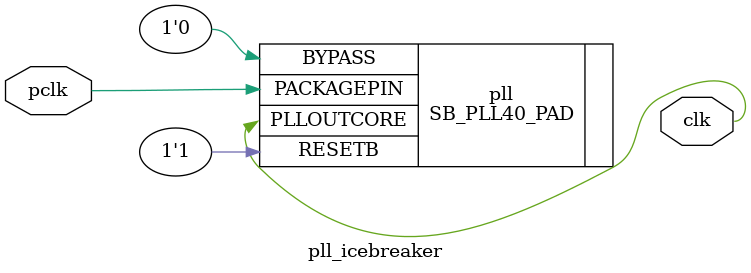
<source format=v>
/*
 *  kianv.v - a simple RISC-V rv32im
 *
 *  copyright (c) 2021 hirosh dabui <hirosh@dabui.de>
 *
 *  permission to use, copy, modify, and/or distribute this software for any
 *  purpose with or without fee is hereby granted, provided that the above
 *  copyright notice and this permission notice appear in all copies.
 *
 *  the software is provided "as is" and the author disclaims all warranties
 *  with regard to this software including all implied warranties of
 *  merchantability and fitness. in no event shall the author be liable for
 *  any special, direct, indirect, or consequential damages or any damages
 *  whatsoever resulting from loss of use, data or profits, whether in an
 *  action of contract, negligence or other tortious action, arising out of
 *  or in connection with the use or performance of this software.
 *
 */
`default_nettype none
`timescale 1ns/1ps
`ifndef SIM
`define FLASH_EXECUTION  // start from NOR-Flash
`endif
`define RV32M
`define CSR_TIME_COUNTER
`ifdef SIM
module kianv_soc;
wire   uart_tx;

wire   oled_cs;
wire   oled_mosi;
wire   oled_sck;
wire   oled_dc;
wire   oled_rst;
wire   oled_vccen;
wire   oled_pmoden;

wire         spi_mem_flash_cs;
wire         spi_mem_flash_miso = cycle_cnt[4];
wire         spi_mem_flash_mosi;
wire         spi_mem_flash_sclk;

`else
module kianv_soc(
           input wire clk_12mhz,
           output wire uart_tx,

           output wire LEDR_N,
           output wire LEDG_N,
           output wire LED_RED_N,
           output wire LED_GRN_N,
           output wire LED_BLU_N,

           output wire   oled_cs,
           output wire   oled_mosi,
           output wire   oled_sck,
           output wire   oled_dc,
           output wire   oled_rst,
           output wire   oled_vccen,
           output wire   oled_pmoden,

           output wire spi_mem_flash_sclk,
           output wire spi_mem_flash_cs,
           input  wire spi_mem_flash_miso,
           output wire spi_mem_flash_mosi,
           output wire FLASH_IO2,
           output wire FLASH_IO3,

           inout  wire   [GPIO_NR -1: 0] gpio,

           output wire   P1B1,
           output wire   P1B2,
           output wire   P1B3,
           output wire   P1B4,
           output wire   P1B7,
           output wire   P1B8,
           output wire   P1B9,
           output wire   P1B10

       );

`include "kianv_soc_hw_reg.v"

localparam SYSTEM_CLK = 25_000_000;

assign FLASH_IO2 = 1'b1;
assign FLASH_IO3 = 1'b1;

//assign {P1A1, P1A2, P1A3, P1A4, P1A7, P1A8, P1A9, P1A10} = {8{led_pwm}} & pc[17:10];
assign {P1B1, P1B2, P1B3, P1B4, P1B7, P1B8, P1B9, P1B10} = {8{led_pwm}} & pc[9:2];

wire clk;// = clk_12mhz;
pll_icebreaker #(.freq(SYSTEM_CLK / 1_000_000)) pll_i(clk_12mhz, clk);

localparam PWM_MSB = 13;

reg [PWM_MSB:0] pwm = 0;
always @(posedge clk) pwm <= pwm[PWM_MSB-1:0] + 100;//intensity;

assign LEDG_N = 1'b1;
assign LEDR_N = 1'b1;

assign LED_RED_N = 1'b1;
assign LED_GRN_N = 1'b1;
assign LED_BLU_N = 1'b1;

wire led_pwm = pwm[PWM_MSB];
/*

assign led[0] = led_pwm & pc[10];
assign led[1] = led_pwm & pc[11];
assign led[2] = led_pwm & pc[12];

assign {pmod2_1, pmod2_2, pmod2_3, pmod2_4, pmod2_7, pmod2_8, pmod2_9, pmod2_10} = {8{led_pwm}} & pc[9:2];
*/
`endif

`ifdef SIM
reg clk;
reg resetn = 0;

reg [31:0] cycle_cnt = 0;

always @(posedge clk) begin
    cycle_cnt <= cycle_cnt + 1;
end

`ifndef VERILATOR
always  #(10) clk = (clk === 1'b0);
initial begin
    $dumpfile("dump.vcd");
    $dumpvars(0, kianv_soc);
    //$dumpon;
    $dumpoff;
    resetn = 1'b0;
    repeat(2) @(posedge clk);
    resetn = 1'b1;
    //    repeat(1000000000) @(posedge clk);
    //   $finish;
end
`endif
`else

// reset
reg [15:0] reset_cnt = 0;
wire resetn = &reset_cnt;
always @(posedge clk) begin
    reset_cnt <= reset_cnt + {14'b0, !resetn};
end
`endif

localparam GPIO_NR = 8;
`include "gpio.v"

localparam BRAM_SIZE = 8192;
localparam FLASH_PC_START = 32'h 20_000_000 + (1024*64*16);  // 1M
// cpu memory ctrl signals
wire [3:0]  mem_wmask;
wire        mem_rd;
wire [31:0] mem_addr;
wire [31:0] mem_din;
reg  [31:0] mem_dout;
reg         mem_valid;
reg         mem_ready;
wire [31:0] pc;

// bram memory
reg  [3:0]  mem_bram_wmask;
reg         mem_bram_rd;
reg  [31:0] mem_bram_addr;
reg  [31:0] mem_bram_data_in;
wire [31:0] mem_bram_data_out;

// uart
reg         uart_strobe;
reg [7:0]   uart_tx_data;
wire        uart_ready;

// spi memory
reg [23:0]  mem_spi_addr;
reg         mem_spi_cs;
reg         mem_spi_rd;
reg  [3:0]  mem_spi_wmask;

wire [31:0] mem_spi_data_out;

wire        mem_spi_ready;
wire        mem_spi_valid;

// spram memory
reg  [21 :0] mem_spram_addr;
reg  [3  :0] mem_spram_wmask;
reg  [31 :0] mem_spram_data_in;
wire [31 :0] mem_spram_data_out;

// oled
reg [7:0]    oled_x_dc;
reg [7:0]    oled_y_data;
reg [15:0]   oled_rgb;
reg          oled_strobe;
reg          oled_setpixel_raw8tx;

wire         oled_ready;
wire         oled_valid;


always @(*) begin
    // bram
    mem_bram_wmask    = 0;
    mem_bram_rd       = 1'b0;
    mem_bram_addr     = 0;
    mem_bram_data_in  = 0;

    // spi flash memory
    mem_spi_addr      = 0;
    mem_spi_wmask     = 0;
    mem_spi_rd        = 1'b0;
    mem_spi_cs        = 1'b0;

    // uart
    uart_strobe       = 1'b0;
    uart_tx_data      = 0;

    // spram
    mem_spram_addr     = 0;
    mem_spram_wmask    = 0;
    mem_spram_data_in  = 0;

    // ctrl signals
    mem_dout      = 0;
    mem_valid         = 1'b0;
    mem_ready         = 1'b0;

    oled_x_dc                = 0;
    oled_y_data              = 0;
    oled_rgb                 = 0;
    oled_setpixel_raw8tx     = 0;
    oled_strobe              = 0;

    // gpio
    gpio_output_wr               = 1'b0;
    gpio_output_en_wr            = 1'b0;
    gpio_output_val_wr           = 1'b0;

    /* ram */
    if ((mem_addr >= 0 && mem_addr < BRAM_SIZE)) begin
        /* ---> */
        mem_bram_addr     = {mem_addr[$clog2(BRAM_SIZE) -1:2], 2'b00} >> 2;
        mem_bram_wmask    = mem_wmask;
        mem_bram_data_in  = mem_din;
        mem_bram_rd       = mem_rd;
        /* <--- */
        mem_ready         = 1'b1;
        mem_dout      = mem_bram_data_out;
        mem_valid         = 1'b1;
        /* spram */
    end else if (mem_addr >= 32'h 10_00_0000 && mem_addr < (32'h 10_00_0000 + (32*1024*4))) begin
        /* 32kx32 */
        /* ---> */
        mem_spram_addr          = {mem_addr[$clog2(32*1024*4) -1:2], 2'b00} >> 2;
        mem_spram_wmask         = mem_wmask;
        mem_spram_data_in       = mem_din;

        /* <--- */
        mem_ready              = 1'b1;
        mem_dout           = mem_spram_data_out;
        mem_valid              = 1'b1;
        /* spi flash rom */
    end else if (mem_addr >= 32'h 20_00_0000 && mem_addr < (32'h 20_00_0000 + (1024*1024*16))) begin
        /* ---> */
        mem_spi_cs        = 1'b1;
        mem_spi_addr      = {mem_addr[$clog2(1024*1024*16) -1:2], 2 'b00} >> 2;
        mem_spi_wmask     = mem_wmask;
        mem_spi_rd        = mem_rd;
        /* <--- */
        mem_ready         = mem_spi_ready;
        mem_dout      = mem_spi_data_out;
        mem_valid         = mem_spi_valid;
    end else if (mem_addr == 32'h 30_00_0000) begin
        /* uart write */
        /* ---> */
        if (|mem_wmask) begin
            uart_strobe       = 1'b1;
            uart_tx_data      = mem_din[7:0];
        end
        /* uart ready */
        /* <--- */
        if (mem_rd) mem_dout      = {{31{1'b0}}, uart_ready};
        mem_ready         = 1'b1;
        mem_valid         = uart_ready;
    end else if (mem_addr == 32'h 30_00_0008 || mem_addr == 32'h 30_00_000C) begin
        /* oled write */
        /* ---> */
        if (|mem_wmask) begin
            oled_strobe          = 1'b1;
            oled_setpixel_raw8tx = mem_addr[3:0] == 4'h8 ? 1'b1 : 1'b0;
            oled_x_dc            = mem_din[15:8];
            oled_y_data          = mem_din[7:0];
            oled_rgb             = mem_din[31:16];
        end

        /* <--- */
        mem_ready         = oled_ready;
        mem_valid         = oled_valid;
      end else if (mem_addr == CPU_FREQ_REG) begin
        /* get system frequency */
        mem_dout         = SYSTEM_CLK;
        mem_ready        = 1'b1;
        mem_valid        = 1'b1;
      end else if (mem_addr == GPIO_DIR) begin
        if (|mem_wmask) begin
          gpio_output_en_wr   = 1'b1;
        end
        if (mem_rd) begin
          mem_dout = {24'hz, gpio_output_en};
        end
        mem_ready            = 1'b1;
        mem_valid            = 1'b1;
        /*
      end else if (mem_addr == GPIO_PULLUP) begin
        mem_ready        = 1'b1;
        mem_valid        = 1'b1;
        */
     end else if (mem_addr == GPIO_OUTPUT) begin
       if (|mem_wmask) begin
         gpio_output_val_wr   = 1'b1;
       end
       if (mem_rd) begin
         mem_dout = gpio_output_val;
       end
       mem_ready            = 1'b1;
       mem_valid            = 1'b1;
     end else if (mem_addr == GPIO_INPUT) begin
       if (mem_rd) begin
         mem_dout = gpio_in;
       end
       mem_ready            = 1'b1;
       mem_valid            = 1'b1;

      end else begin
        /* default */
        if (!mem_wmask & ~mem_rd) begin
          mem_ready = 1'b1;
          mem_valid = 1'b1;
        end
      end

    end

`ifdef SIM
my_tx_uart #(.SYSTEM_CLK(50_000_000), .BAUDRATE(2_000_000))
`else // SIM
my_tx_uart #(.SYSTEM_CLK(SYSTEM_CLK), .BAUDRATE(115200))
`endif // SIM
           my_tx_uart_i(
               .clk(clk),
               .resetn(resetn),
               .strobe(uart_strobe),
               .tx_data(uart_tx_data),
               .tx_out(uart_tx),
               .ready(uart_ready)
           );
`ifdef SIM
always @* begin
    if (uart_ready) $write("%c", uart_tx_data);
end
`endif

spi_flash_mem spi_flash_mem_i(
                  .clk(clk),
                  .resetn(resetn),

                  .cs(mem_spi_cs),
                  .rd(mem_spi_rd),
                  .addr(mem_spi_addr[21:0]),
                  .wmask(mem_spi_wmask),

                  .data(mem_spi_data_out),

                  .ready(mem_spi_ready),
                  .valid(mem_spi_valid),

                  .spi_cs(spi_mem_flash_cs),
                  .spi_miso(spi_mem_flash_miso),
                  .spi_mosi(spi_mem_flash_mosi),
                  .spi_sclk(spi_mem_flash_sclk)
              );

oled_ssd1331 #(.SYSTEM_CLK(SYSTEM_CLK))
             oled_ssd1331_i(
                 .clk(clk),
                 .resetn(resetn),
                 .oled_rst(oled_rst),
                 .strobe(oled_strobe),
                 .setpixel_raw8tx(oled_setpixel_raw8tx),
                 .x_dc(oled_x_dc),
                 .y_data(oled_y_data),
                 .rgb(oled_rgb),

                 .ready(oled_ready),
                 .valid(oled_valid),


                 .spi_cs(oled_cs),
                 .spi_dc(oled_dc),
                 .spi_mosi(oled_mosi),
                 .spi_sck(oled_sck),
                 .vccen(oled_vccen),
                 .pmoden(oled_pmoden)
             );

bram #( .WORDS(BRAM_SIZE) )
     bram_i
     (
         .clk(clk),
         .resetn(resetn),
         .addr(mem_bram_addr[$clog2(BRAM_SIZE)-1:0]),
         .wmask(mem_bram_wmask),
         .rd(mem_bram_rd),
         .wdata(mem_bram_data_in),
         .rdata(mem_bram_data_out)
     );

ice40up5k_spram #(.WORDS(32768))
                spram_i
                (
                    .clk(clk),
                    .wen(mem_spram_wmask),
                    .addr(mem_spram_addr),
                    .wdata(mem_spram_data_in),
                    .rdata(mem_spram_data_out),
                );

wire [3:0] cpu_state;
kianv #(.rv32e(1'b0),
        .rv32m(1'b1),
`ifdef FLASH_EXECUTION
        .reset_addr(FLASH_PC_START))
`else
        .reset_addr(0))
`endif
      kianv_i(
          .clk(clk),
          .resetn(resetn),
          .mem_ready(mem_ready),
          .mem_valid(mem_valid),
          .mem_wmask(mem_wmask),
          .mem_rd(mem_rd),
          .mem_addr(mem_addr),
          .mem_din(mem_din),
          .mem_dout(mem_dout),
          .pc(pc),
          .state(cpu_state)
      );

endmodule
    /*
     * Do not edit this file, it was generated by gen_pll.sh
     *
     *   FPGA kind      : ICE40
     *   Input frequency: 12 MHz
     */

    module pll_icebreaker #(
        parameter freq = 40
    ) (
        input wire pclk,
        output wire clk
    );
SB_PLL40_PAD pll (
                 .PACKAGEPIN(pclk),
                 .PLLOUTCORE(clk),
                 .RESETB(1'b1),
                 .BYPASS(1'b0)
             );
defparam pll.FEEDBACK_PATH="SIMPLE";
defparam pll.PLLOUT_SELECT="GENCLK";
generate
    case(freq)
        16: begin
            defparam pll.DIVR = 4'b0000;
            defparam pll.DIVF = 7'b1010100;
            defparam pll.DIVQ = 3'b110;
            defparam pll.FILTER_RANGE = 3'b001;
        end
        20: begin
            defparam pll.DIVR = 4'b0000;
            defparam pll.DIVF = 7'b0110100;
            defparam pll.DIVQ = 3'b101;
            defparam pll.FILTER_RANGE = 3'b001;
        end
        24: begin
            defparam pll.DIVR = 4'b0000;
            defparam pll.DIVF = 7'b0111111;
            defparam pll.DIVQ = 3'b101;
            defparam pll.FILTER_RANGE = 3'b001;
        end
        25: begin
            defparam pll.DIVR = 4'b0000;
            defparam pll.DIVF = 7'b1000010;
            defparam pll.DIVQ = 3'b101;
            defparam pll.FILTER_RANGE = 3'b001;
        end
        30: begin
            defparam pll.DIVR = 4'b0000;
            defparam pll.DIVF = 7'b1001111;
            defparam pll.DIVQ = 3'b101;
            defparam pll.FILTER_RANGE = 3'b001;
        end
        35: begin
            defparam pll.DIVR = 4'b0000;
            defparam pll.DIVF = 7'b0101110;
            defparam pll.DIVQ = 3'b100;
            defparam pll.FILTER_RANGE = 3'b001;
        end
        40: begin
            defparam pll.DIVR = 4'b0000;
            defparam pll.DIVF = 7'b0110100;
            defparam pll.DIVQ = 3'b100;
            defparam pll.FILTER_RANGE = 3'b001;
        end
        45: begin
            defparam pll.DIVR = 4'b0000;
            defparam pll.DIVF = 7'b0111011;
            defparam pll.DIVQ = 3'b100;
            defparam pll.FILTER_RANGE = 3'b001;
        end
        48: begin
            defparam pll.DIVR = 4'b0000;
            defparam pll.DIVF = 7'b0111111;
            defparam pll.DIVQ = 3'b100;
            defparam pll.FILTER_RANGE = 3'b001;
        end
        50: begin
            defparam pll.DIVR = 4'b0000;
            defparam pll.DIVF = 7'b1000010;
            defparam pll.DIVQ = 3'b100;
            defparam pll.FILTER_RANGE = 3'b001;
        end
        55: begin
            defparam pll.DIVR = 4'b0000;
            defparam pll.DIVF = 7'b1001000;
            defparam pll.DIVQ = 3'b100;
            defparam pll.FILTER_RANGE = 3'b001;
        end
        60: begin
            defparam pll.DIVR = 4'b0000;
            defparam pll.DIVF = 7'b1001111;
            defparam pll.DIVQ = 3'b100;
            defparam pll.FILTER_RANGE = 3'b001;
        end
        65: begin
            defparam pll.DIVR = 4'b0000;
            defparam pll.DIVF = 7'b1010110;
            defparam pll.DIVQ = 3'b100;
            defparam pll.FILTER_RANGE = 3'b001;
        end
        66: begin
            defparam pll.DIVR = 4'b0000;
            defparam pll.DIVF = 7'b1010111;
            defparam pll.DIVQ = 3'b100;
            defparam pll.FILTER_RANGE = 3'b001;
        end
        70: begin
            defparam pll.DIVR = 4'b0000;
            defparam pll.DIVF = 7'b0101110;
            defparam pll.DIVQ = 3'b011;
            defparam pll.FILTER_RANGE = 3'b001;
        end
        75: begin
            defparam pll.DIVR = 4'b0000;
            defparam pll.DIVF = 7'b0110001;
            defparam pll.DIVQ = 3'b011;
            defparam pll.FILTER_RANGE = 3'b001;
        end
        80: begin
            defparam pll.DIVR = 4'b0000;
            defparam pll.DIVF = 7'b0110100;
            defparam pll.DIVQ = 3'b011;
            defparam pll.FILTER_RANGE = 3'b001;
        end
        85: begin
            defparam pll.DIVR = 4'b0000;
            defparam pll.DIVF = 7'b0111000;
            defparam pll.DIVQ = 3'b011;
            defparam pll.FILTER_RANGE = 3'b001;
        end
        90: begin
            defparam pll.DIVR = 4'b0000;
            defparam pll.DIVF = 7'b0111011;
            defparam pll.DIVQ = 3'b011;
            defparam pll.FILTER_RANGE = 3'b001;
        end
        95: begin
            defparam pll.DIVR = 4'b0000;
            defparam pll.DIVF = 7'b0111110;
            defparam pll.DIVQ = 3'b011;
            defparam pll.FILTER_RANGE = 3'b001;
        end
        100: begin
            defparam pll.DIVR = 4'b0000;
            defparam pll.DIVF = 7'b1000010;
            defparam pll.DIVQ = 3'b011;
            defparam pll.FILTER_RANGE = 3'b001;
        end
        105: begin
            defparam pll.DIVR = 4'b0000;
            defparam pll.DIVF = 7'b1000101;
            defparam pll.DIVQ = 3'b011;
            defparam pll.FILTER_RANGE = 3'b001;
        end
        110: begin
            defparam pll.DIVR = 4'b0000;
            defparam pll.DIVF = 7'b1001000;
            defparam pll.DIVQ = 3'b011;
            defparam pll.FILTER_RANGE = 3'b001;
        end
        115: begin
            defparam pll.DIVR = 4'b0000;
            defparam pll.DIVF = 7'b1001100;
            defparam pll.DIVQ = 3'b011;
            defparam pll.FILTER_RANGE = 3'b001;
        end
        120: begin
            defparam pll.DIVR = 4'b0000;
            defparam pll.DIVF = 7'b1001111;
            defparam pll.DIVQ = 3'b011;
            defparam pll.FILTER_RANGE = 3'b001;
        end
        125: begin
            defparam pll.DIVR = 4'b0000;
            defparam pll.DIVF = 7'b1010010;
            defparam pll.DIVQ = 3'b011;
            defparam pll.FILTER_RANGE = 3'b001;
        end
        130: begin
            defparam pll.DIVR = 4'b0000;
            defparam pll.DIVF = 7'b1010110;
            defparam pll.DIVQ = 3'b011;
            defparam pll.FILTER_RANGE = 3'b001;
        end
        135: begin
            defparam pll.DIVR = 4'b0000;
            defparam pll.DIVF = 7'b0101100;
            defparam pll.DIVQ = 3'b010;
            defparam pll.FILTER_RANGE = 3'b001;
        end
        140: begin
            defparam pll.DIVR = 4'b0000;
            defparam pll.DIVF = 7'b0101110;
            defparam pll.DIVQ = 3'b010;
            defparam pll.FILTER_RANGE = 3'b001;
        end
        default: UNKNOWN_FREQUENCY unknown_frequency();
    endcase
endgenerate

endmodule

</source>
